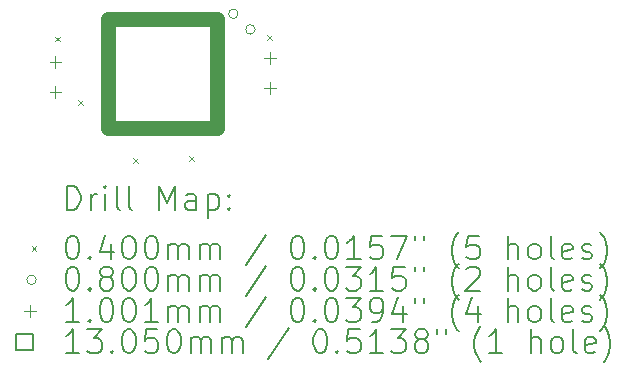
<source format=gbr>
%TF.GenerationSoftware,KiCad,Pcbnew,7.0.8*%
%TF.CreationDate,2023-11-03T07:12:57-06:00*%
%TF.ProjectId,Pinecil_LEDring,50696e65-6369-46c5-9f4c-454472696e67,rev?*%
%TF.SameCoordinates,Original*%
%TF.FileFunction,Drillmap*%
%TF.FilePolarity,Positive*%
%FSLAX45Y45*%
G04 Gerber Fmt 4.5, Leading zero omitted, Abs format (unit mm)*
G04 Created by KiCad (PCBNEW 7.0.8) date 2023-11-03 07:12:57*
%MOMM*%
%LPD*%
G01*
G04 APERTURE LIST*
%ADD10C,0.200000*%
%ADD11C,0.040000*%
%ADD12C,0.080000*%
%ADD13C,0.100076*%
%ADD14C,1.305000*%
G04 APERTURE END LIST*
D10*
D11*
X13685000Y-9395000D02*
X13725000Y-9435000D01*
X13725000Y-9395000D02*
X13685000Y-9435000D01*
X13884000Y-9934000D02*
X13924000Y-9974000D01*
X13924000Y-9934000D02*
X13884000Y-9974000D01*
X14345000Y-10425000D02*
X14385000Y-10465000D01*
X14385000Y-10425000D02*
X14345000Y-10465000D01*
X14820000Y-10406000D02*
X14860000Y-10446000D01*
X14860000Y-10406000D02*
X14820000Y-10446000D01*
X15480000Y-9380000D02*
X15520000Y-9420000D01*
X15520000Y-9380000D02*
X15480000Y-9420000D01*
D12*
X15235347Y-9201607D02*
G75*
G03*
X15235347Y-9201607I-40000J0D01*
G01*
X15380272Y-9333160D02*
G75*
G03*
X15380272Y-9333160I-40000J0D01*
G01*
D13*
X13689760Y-9561322D02*
X13689760Y-9661398D01*
X13639722Y-9611360D02*
X13739798Y-9611360D01*
X13689760Y-9815322D02*
X13689760Y-9915398D01*
X13639722Y-9865360D02*
X13739798Y-9865360D01*
X15505830Y-9525762D02*
X15505830Y-9625838D01*
X15455792Y-9575800D02*
X15555868Y-9575800D01*
X15505830Y-9779762D02*
X15505830Y-9879838D01*
X15455792Y-9829800D02*
X15555868Y-9829800D01*
D14*
X15058908Y-10165626D02*
X15058908Y-9242843D01*
X14136125Y-9242843D01*
X14136125Y-10165626D01*
X15058908Y-10165626D01*
D10*
X13788034Y-10861087D02*
X13788034Y-10661087D01*
X13788034Y-10661087D02*
X13835653Y-10661087D01*
X13835653Y-10661087D02*
X13864224Y-10670611D01*
X13864224Y-10670611D02*
X13883272Y-10689659D01*
X13883272Y-10689659D02*
X13892795Y-10708706D01*
X13892795Y-10708706D02*
X13902319Y-10746801D01*
X13902319Y-10746801D02*
X13902319Y-10775373D01*
X13902319Y-10775373D02*
X13892795Y-10813468D01*
X13892795Y-10813468D02*
X13883272Y-10832516D01*
X13883272Y-10832516D02*
X13864224Y-10851563D01*
X13864224Y-10851563D02*
X13835653Y-10861087D01*
X13835653Y-10861087D02*
X13788034Y-10861087D01*
X13988034Y-10861087D02*
X13988034Y-10727754D01*
X13988034Y-10765849D02*
X13997557Y-10746801D01*
X13997557Y-10746801D02*
X14007081Y-10737278D01*
X14007081Y-10737278D02*
X14026129Y-10727754D01*
X14026129Y-10727754D02*
X14045176Y-10727754D01*
X14111843Y-10861087D02*
X14111843Y-10727754D01*
X14111843Y-10661087D02*
X14102319Y-10670611D01*
X14102319Y-10670611D02*
X14111843Y-10680135D01*
X14111843Y-10680135D02*
X14121367Y-10670611D01*
X14121367Y-10670611D02*
X14111843Y-10661087D01*
X14111843Y-10661087D02*
X14111843Y-10680135D01*
X14235653Y-10861087D02*
X14216605Y-10851563D01*
X14216605Y-10851563D02*
X14207081Y-10832516D01*
X14207081Y-10832516D02*
X14207081Y-10661087D01*
X14340414Y-10861087D02*
X14321367Y-10851563D01*
X14321367Y-10851563D02*
X14311843Y-10832516D01*
X14311843Y-10832516D02*
X14311843Y-10661087D01*
X14568986Y-10861087D02*
X14568986Y-10661087D01*
X14568986Y-10661087D02*
X14635653Y-10803944D01*
X14635653Y-10803944D02*
X14702319Y-10661087D01*
X14702319Y-10661087D02*
X14702319Y-10861087D01*
X14883272Y-10861087D02*
X14883272Y-10756325D01*
X14883272Y-10756325D02*
X14873748Y-10737278D01*
X14873748Y-10737278D02*
X14854700Y-10727754D01*
X14854700Y-10727754D02*
X14816605Y-10727754D01*
X14816605Y-10727754D02*
X14797557Y-10737278D01*
X14883272Y-10851563D02*
X14864224Y-10861087D01*
X14864224Y-10861087D02*
X14816605Y-10861087D01*
X14816605Y-10861087D02*
X14797557Y-10851563D01*
X14797557Y-10851563D02*
X14788034Y-10832516D01*
X14788034Y-10832516D02*
X14788034Y-10813468D01*
X14788034Y-10813468D02*
X14797557Y-10794421D01*
X14797557Y-10794421D02*
X14816605Y-10784897D01*
X14816605Y-10784897D02*
X14864224Y-10784897D01*
X14864224Y-10784897D02*
X14883272Y-10775373D01*
X14978510Y-10727754D02*
X14978510Y-10927754D01*
X14978510Y-10737278D02*
X14997557Y-10727754D01*
X14997557Y-10727754D02*
X15035653Y-10727754D01*
X15035653Y-10727754D02*
X15054700Y-10737278D01*
X15054700Y-10737278D02*
X15064224Y-10746801D01*
X15064224Y-10746801D02*
X15073748Y-10765849D01*
X15073748Y-10765849D02*
X15073748Y-10822992D01*
X15073748Y-10822992D02*
X15064224Y-10842040D01*
X15064224Y-10842040D02*
X15054700Y-10851563D01*
X15054700Y-10851563D02*
X15035653Y-10861087D01*
X15035653Y-10861087D02*
X14997557Y-10861087D01*
X14997557Y-10861087D02*
X14978510Y-10851563D01*
X15159462Y-10842040D02*
X15168986Y-10851563D01*
X15168986Y-10851563D02*
X15159462Y-10861087D01*
X15159462Y-10861087D02*
X15149938Y-10851563D01*
X15149938Y-10851563D02*
X15159462Y-10842040D01*
X15159462Y-10842040D02*
X15159462Y-10861087D01*
X15159462Y-10737278D02*
X15168986Y-10746801D01*
X15168986Y-10746801D02*
X15159462Y-10756325D01*
X15159462Y-10756325D02*
X15149938Y-10746801D01*
X15149938Y-10746801D02*
X15159462Y-10737278D01*
X15159462Y-10737278D02*
X15159462Y-10756325D01*
D11*
X13487257Y-11169603D02*
X13527257Y-11209603D01*
X13527257Y-11169603D02*
X13487257Y-11209603D01*
D10*
X13826129Y-11081087D02*
X13845176Y-11081087D01*
X13845176Y-11081087D02*
X13864224Y-11090611D01*
X13864224Y-11090611D02*
X13873748Y-11100135D01*
X13873748Y-11100135D02*
X13883272Y-11119182D01*
X13883272Y-11119182D02*
X13892795Y-11157278D01*
X13892795Y-11157278D02*
X13892795Y-11204897D01*
X13892795Y-11204897D02*
X13883272Y-11242992D01*
X13883272Y-11242992D02*
X13873748Y-11262039D01*
X13873748Y-11262039D02*
X13864224Y-11271563D01*
X13864224Y-11271563D02*
X13845176Y-11281087D01*
X13845176Y-11281087D02*
X13826129Y-11281087D01*
X13826129Y-11281087D02*
X13807081Y-11271563D01*
X13807081Y-11271563D02*
X13797557Y-11262039D01*
X13797557Y-11262039D02*
X13788034Y-11242992D01*
X13788034Y-11242992D02*
X13778510Y-11204897D01*
X13778510Y-11204897D02*
X13778510Y-11157278D01*
X13778510Y-11157278D02*
X13788034Y-11119182D01*
X13788034Y-11119182D02*
X13797557Y-11100135D01*
X13797557Y-11100135D02*
X13807081Y-11090611D01*
X13807081Y-11090611D02*
X13826129Y-11081087D01*
X13978510Y-11262039D02*
X13988034Y-11271563D01*
X13988034Y-11271563D02*
X13978510Y-11281087D01*
X13978510Y-11281087D02*
X13968986Y-11271563D01*
X13968986Y-11271563D02*
X13978510Y-11262039D01*
X13978510Y-11262039D02*
X13978510Y-11281087D01*
X14159462Y-11147754D02*
X14159462Y-11281087D01*
X14111843Y-11071563D02*
X14064224Y-11214420D01*
X14064224Y-11214420D02*
X14188034Y-11214420D01*
X14302319Y-11081087D02*
X14321367Y-11081087D01*
X14321367Y-11081087D02*
X14340415Y-11090611D01*
X14340415Y-11090611D02*
X14349938Y-11100135D01*
X14349938Y-11100135D02*
X14359462Y-11119182D01*
X14359462Y-11119182D02*
X14368986Y-11157278D01*
X14368986Y-11157278D02*
X14368986Y-11204897D01*
X14368986Y-11204897D02*
X14359462Y-11242992D01*
X14359462Y-11242992D02*
X14349938Y-11262039D01*
X14349938Y-11262039D02*
X14340415Y-11271563D01*
X14340415Y-11271563D02*
X14321367Y-11281087D01*
X14321367Y-11281087D02*
X14302319Y-11281087D01*
X14302319Y-11281087D02*
X14283272Y-11271563D01*
X14283272Y-11271563D02*
X14273748Y-11262039D01*
X14273748Y-11262039D02*
X14264224Y-11242992D01*
X14264224Y-11242992D02*
X14254700Y-11204897D01*
X14254700Y-11204897D02*
X14254700Y-11157278D01*
X14254700Y-11157278D02*
X14264224Y-11119182D01*
X14264224Y-11119182D02*
X14273748Y-11100135D01*
X14273748Y-11100135D02*
X14283272Y-11090611D01*
X14283272Y-11090611D02*
X14302319Y-11081087D01*
X14492795Y-11081087D02*
X14511843Y-11081087D01*
X14511843Y-11081087D02*
X14530891Y-11090611D01*
X14530891Y-11090611D02*
X14540415Y-11100135D01*
X14540415Y-11100135D02*
X14549938Y-11119182D01*
X14549938Y-11119182D02*
X14559462Y-11157278D01*
X14559462Y-11157278D02*
X14559462Y-11204897D01*
X14559462Y-11204897D02*
X14549938Y-11242992D01*
X14549938Y-11242992D02*
X14540415Y-11262039D01*
X14540415Y-11262039D02*
X14530891Y-11271563D01*
X14530891Y-11271563D02*
X14511843Y-11281087D01*
X14511843Y-11281087D02*
X14492795Y-11281087D01*
X14492795Y-11281087D02*
X14473748Y-11271563D01*
X14473748Y-11271563D02*
X14464224Y-11262039D01*
X14464224Y-11262039D02*
X14454700Y-11242992D01*
X14454700Y-11242992D02*
X14445176Y-11204897D01*
X14445176Y-11204897D02*
X14445176Y-11157278D01*
X14445176Y-11157278D02*
X14454700Y-11119182D01*
X14454700Y-11119182D02*
X14464224Y-11100135D01*
X14464224Y-11100135D02*
X14473748Y-11090611D01*
X14473748Y-11090611D02*
X14492795Y-11081087D01*
X14645176Y-11281087D02*
X14645176Y-11147754D01*
X14645176Y-11166801D02*
X14654700Y-11157278D01*
X14654700Y-11157278D02*
X14673748Y-11147754D01*
X14673748Y-11147754D02*
X14702319Y-11147754D01*
X14702319Y-11147754D02*
X14721367Y-11157278D01*
X14721367Y-11157278D02*
X14730891Y-11176325D01*
X14730891Y-11176325D02*
X14730891Y-11281087D01*
X14730891Y-11176325D02*
X14740415Y-11157278D01*
X14740415Y-11157278D02*
X14759462Y-11147754D01*
X14759462Y-11147754D02*
X14788034Y-11147754D01*
X14788034Y-11147754D02*
X14807081Y-11157278D01*
X14807081Y-11157278D02*
X14816605Y-11176325D01*
X14816605Y-11176325D02*
X14816605Y-11281087D01*
X14911843Y-11281087D02*
X14911843Y-11147754D01*
X14911843Y-11166801D02*
X14921367Y-11157278D01*
X14921367Y-11157278D02*
X14940415Y-11147754D01*
X14940415Y-11147754D02*
X14968986Y-11147754D01*
X14968986Y-11147754D02*
X14988034Y-11157278D01*
X14988034Y-11157278D02*
X14997557Y-11176325D01*
X14997557Y-11176325D02*
X14997557Y-11281087D01*
X14997557Y-11176325D02*
X15007081Y-11157278D01*
X15007081Y-11157278D02*
X15026129Y-11147754D01*
X15026129Y-11147754D02*
X15054700Y-11147754D01*
X15054700Y-11147754D02*
X15073748Y-11157278D01*
X15073748Y-11157278D02*
X15083272Y-11176325D01*
X15083272Y-11176325D02*
X15083272Y-11281087D01*
X15473748Y-11071563D02*
X15302319Y-11328706D01*
X15730891Y-11081087D02*
X15749939Y-11081087D01*
X15749939Y-11081087D02*
X15768986Y-11090611D01*
X15768986Y-11090611D02*
X15778510Y-11100135D01*
X15778510Y-11100135D02*
X15788034Y-11119182D01*
X15788034Y-11119182D02*
X15797558Y-11157278D01*
X15797558Y-11157278D02*
X15797558Y-11204897D01*
X15797558Y-11204897D02*
X15788034Y-11242992D01*
X15788034Y-11242992D02*
X15778510Y-11262039D01*
X15778510Y-11262039D02*
X15768986Y-11271563D01*
X15768986Y-11271563D02*
X15749939Y-11281087D01*
X15749939Y-11281087D02*
X15730891Y-11281087D01*
X15730891Y-11281087D02*
X15711843Y-11271563D01*
X15711843Y-11271563D02*
X15702319Y-11262039D01*
X15702319Y-11262039D02*
X15692796Y-11242992D01*
X15692796Y-11242992D02*
X15683272Y-11204897D01*
X15683272Y-11204897D02*
X15683272Y-11157278D01*
X15683272Y-11157278D02*
X15692796Y-11119182D01*
X15692796Y-11119182D02*
X15702319Y-11100135D01*
X15702319Y-11100135D02*
X15711843Y-11090611D01*
X15711843Y-11090611D02*
X15730891Y-11081087D01*
X15883272Y-11262039D02*
X15892796Y-11271563D01*
X15892796Y-11271563D02*
X15883272Y-11281087D01*
X15883272Y-11281087D02*
X15873748Y-11271563D01*
X15873748Y-11271563D02*
X15883272Y-11262039D01*
X15883272Y-11262039D02*
X15883272Y-11281087D01*
X16016605Y-11081087D02*
X16035653Y-11081087D01*
X16035653Y-11081087D02*
X16054700Y-11090611D01*
X16054700Y-11090611D02*
X16064224Y-11100135D01*
X16064224Y-11100135D02*
X16073748Y-11119182D01*
X16073748Y-11119182D02*
X16083272Y-11157278D01*
X16083272Y-11157278D02*
X16083272Y-11204897D01*
X16083272Y-11204897D02*
X16073748Y-11242992D01*
X16073748Y-11242992D02*
X16064224Y-11262039D01*
X16064224Y-11262039D02*
X16054700Y-11271563D01*
X16054700Y-11271563D02*
X16035653Y-11281087D01*
X16035653Y-11281087D02*
X16016605Y-11281087D01*
X16016605Y-11281087D02*
X15997558Y-11271563D01*
X15997558Y-11271563D02*
X15988034Y-11262039D01*
X15988034Y-11262039D02*
X15978510Y-11242992D01*
X15978510Y-11242992D02*
X15968986Y-11204897D01*
X15968986Y-11204897D02*
X15968986Y-11157278D01*
X15968986Y-11157278D02*
X15978510Y-11119182D01*
X15978510Y-11119182D02*
X15988034Y-11100135D01*
X15988034Y-11100135D02*
X15997558Y-11090611D01*
X15997558Y-11090611D02*
X16016605Y-11081087D01*
X16273748Y-11281087D02*
X16159462Y-11281087D01*
X16216605Y-11281087D02*
X16216605Y-11081087D01*
X16216605Y-11081087D02*
X16197558Y-11109659D01*
X16197558Y-11109659D02*
X16178510Y-11128706D01*
X16178510Y-11128706D02*
X16159462Y-11138230D01*
X16454700Y-11081087D02*
X16359462Y-11081087D01*
X16359462Y-11081087D02*
X16349939Y-11176325D01*
X16349939Y-11176325D02*
X16359462Y-11166801D01*
X16359462Y-11166801D02*
X16378510Y-11157278D01*
X16378510Y-11157278D02*
X16426129Y-11157278D01*
X16426129Y-11157278D02*
X16445177Y-11166801D01*
X16445177Y-11166801D02*
X16454700Y-11176325D01*
X16454700Y-11176325D02*
X16464224Y-11195373D01*
X16464224Y-11195373D02*
X16464224Y-11242992D01*
X16464224Y-11242992D02*
X16454700Y-11262039D01*
X16454700Y-11262039D02*
X16445177Y-11271563D01*
X16445177Y-11271563D02*
X16426129Y-11281087D01*
X16426129Y-11281087D02*
X16378510Y-11281087D01*
X16378510Y-11281087D02*
X16359462Y-11271563D01*
X16359462Y-11271563D02*
X16349939Y-11262039D01*
X16530891Y-11081087D02*
X16664224Y-11081087D01*
X16664224Y-11081087D02*
X16578510Y-11281087D01*
X16730891Y-11081087D02*
X16730891Y-11119182D01*
X16807082Y-11081087D02*
X16807082Y-11119182D01*
X17102320Y-11357278D02*
X17092796Y-11347754D01*
X17092796Y-11347754D02*
X17073748Y-11319182D01*
X17073748Y-11319182D02*
X17064224Y-11300135D01*
X17064224Y-11300135D02*
X17054701Y-11271563D01*
X17054701Y-11271563D02*
X17045177Y-11223944D01*
X17045177Y-11223944D02*
X17045177Y-11185849D01*
X17045177Y-11185849D02*
X17054701Y-11138230D01*
X17054701Y-11138230D02*
X17064224Y-11109659D01*
X17064224Y-11109659D02*
X17073748Y-11090611D01*
X17073748Y-11090611D02*
X17092796Y-11062040D01*
X17092796Y-11062040D02*
X17102320Y-11052516D01*
X17273748Y-11081087D02*
X17178510Y-11081087D01*
X17178510Y-11081087D02*
X17168986Y-11176325D01*
X17168986Y-11176325D02*
X17178510Y-11166801D01*
X17178510Y-11166801D02*
X17197558Y-11157278D01*
X17197558Y-11157278D02*
X17245177Y-11157278D01*
X17245177Y-11157278D02*
X17264224Y-11166801D01*
X17264224Y-11166801D02*
X17273748Y-11176325D01*
X17273748Y-11176325D02*
X17283272Y-11195373D01*
X17283272Y-11195373D02*
X17283272Y-11242992D01*
X17283272Y-11242992D02*
X17273748Y-11262039D01*
X17273748Y-11262039D02*
X17264224Y-11271563D01*
X17264224Y-11271563D02*
X17245177Y-11281087D01*
X17245177Y-11281087D02*
X17197558Y-11281087D01*
X17197558Y-11281087D02*
X17178510Y-11271563D01*
X17178510Y-11271563D02*
X17168986Y-11262039D01*
X17521367Y-11281087D02*
X17521367Y-11081087D01*
X17607082Y-11281087D02*
X17607082Y-11176325D01*
X17607082Y-11176325D02*
X17597558Y-11157278D01*
X17597558Y-11157278D02*
X17578510Y-11147754D01*
X17578510Y-11147754D02*
X17549939Y-11147754D01*
X17549939Y-11147754D02*
X17530891Y-11157278D01*
X17530891Y-11157278D02*
X17521367Y-11166801D01*
X17730891Y-11281087D02*
X17711844Y-11271563D01*
X17711844Y-11271563D02*
X17702320Y-11262039D01*
X17702320Y-11262039D02*
X17692796Y-11242992D01*
X17692796Y-11242992D02*
X17692796Y-11185849D01*
X17692796Y-11185849D02*
X17702320Y-11166801D01*
X17702320Y-11166801D02*
X17711844Y-11157278D01*
X17711844Y-11157278D02*
X17730891Y-11147754D01*
X17730891Y-11147754D02*
X17759463Y-11147754D01*
X17759463Y-11147754D02*
X17778510Y-11157278D01*
X17778510Y-11157278D02*
X17788034Y-11166801D01*
X17788034Y-11166801D02*
X17797558Y-11185849D01*
X17797558Y-11185849D02*
X17797558Y-11242992D01*
X17797558Y-11242992D02*
X17788034Y-11262039D01*
X17788034Y-11262039D02*
X17778510Y-11271563D01*
X17778510Y-11271563D02*
X17759463Y-11281087D01*
X17759463Y-11281087D02*
X17730891Y-11281087D01*
X17911844Y-11281087D02*
X17892796Y-11271563D01*
X17892796Y-11271563D02*
X17883272Y-11252516D01*
X17883272Y-11252516D02*
X17883272Y-11081087D01*
X18064225Y-11271563D02*
X18045177Y-11281087D01*
X18045177Y-11281087D02*
X18007082Y-11281087D01*
X18007082Y-11281087D02*
X17988034Y-11271563D01*
X17988034Y-11271563D02*
X17978510Y-11252516D01*
X17978510Y-11252516D02*
X17978510Y-11176325D01*
X17978510Y-11176325D02*
X17988034Y-11157278D01*
X17988034Y-11157278D02*
X18007082Y-11147754D01*
X18007082Y-11147754D02*
X18045177Y-11147754D01*
X18045177Y-11147754D02*
X18064225Y-11157278D01*
X18064225Y-11157278D02*
X18073748Y-11176325D01*
X18073748Y-11176325D02*
X18073748Y-11195373D01*
X18073748Y-11195373D02*
X17978510Y-11214420D01*
X18149939Y-11271563D02*
X18168986Y-11281087D01*
X18168986Y-11281087D02*
X18207082Y-11281087D01*
X18207082Y-11281087D02*
X18226129Y-11271563D01*
X18226129Y-11271563D02*
X18235653Y-11252516D01*
X18235653Y-11252516D02*
X18235653Y-11242992D01*
X18235653Y-11242992D02*
X18226129Y-11223944D01*
X18226129Y-11223944D02*
X18207082Y-11214420D01*
X18207082Y-11214420D02*
X18178510Y-11214420D01*
X18178510Y-11214420D02*
X18159463Y-11204897D01*
X18159463Y-11204897D02*
X18149939Y-11185849D01*
X18149939Y-11185849D02*
X18149939Y-11176325D01*
X18149939Y-11176325D02*
X18159463Y-11157278D01*
X18159463Y-11157278D02*
X18178510Y-11147754D01*
X18178510Y-11147754D02*
X18207082Y-11147754D01*
X18207082Y-11147754D02*
X18226129Y-11157278D01*
X18302320Y-11357278D02*
X18311844Y-11347754D01*
X18311844Y-11347754D02*
X18330891Y-11319182D01*
X18330891Y-11319182D02*
X18340415Y-11300135D01*
X18340415Y-11300135D02*
X18349939Y-11271563D01*
X18349939Y-11271563D02*
X18359463Y-11223944D01*
X18359463Y-11223944D02*
X18359463Y-11185849D01*
X18359463Y-11185849D02*
X18349939Y-11138230D01*
X18349939Y-11138230D02*
X18340415Y-11109659D01*
X18340415Y-11109659D02*
X18330891Y-11090611D01*
X18330891Y-11090611D02*
X18311844Y-11062040D01*
X18311844Y-11062040D02*
X18302320Y-11052516D01*
D12*
X13527257Y-11453603D02*
G75*
G03*
X13527257Y-11453603I-40000J0D01*
G01*
D10*
X13826129Y-11345087D02*
X13845176Y-11345087D01*
X13845176Y-11345087D02*
X13864224Y-11354611D01*
X13864224Y-11354611D02*
X13873748Y-11364135D01*
X13873748Y-11364135D02*
X13883272Y-11383182D01*
X13883272Y-11383182D02*
X13892795Y-11421278D01*
X13892795Y-11421278D02*
X13892795Y-11468897D01*
X13892795Y-11468897D02*
X13883272Y-11506992D01*
X13883272Y-11506992D02*
X13873748Y-11526039D01*
X13873748Y-11526039D02*
X13864224Y-11535563D01*
X13864224Y-11535563D02*
X13845176Y-11545087D01*
X13845176Y-11545087D02*
X13826129Y-11545087D01*
X13826129Y-11545087D02*
X13807081Y-11535563D01*
X13807081Y-11535563D02*
X13797557Y-11526039D01*
X13797557Y-11526039D02*
X13788034Y-11506992D01*
X13788034Y-11506992D02*
X13778510Y-11468897D01*
X13778510Y-11468897D02*
X13778510Y-11421278D01*
X13778510Y-11421278D02*
X13788034Y-11383182D01*
X13788034Y-11383182D02*
X13797557Y-11364135D01*
X13797557Y-11364135D02*
X13807081Y-11354611D01*
X13807081Y-11354611D02*
X13826129Y-11345087D01*
X13978510Y-11526039D02*
X13988034Y-11535563D01*
X13988034Y-11535563D02*
X13978510Y-11545087D01*
X13978510Y-11545087D02*
X13968986Y-11535563D01*
X13968986Y-11535563D02*
X13978510Y-11526039D01*
X13978510Y-11526039D02*
X13978510Y-11545087D01*
X14102319Y-11430801D02*
X14083272Y-11421278D01*
X14083272Y-11421278D02*
X14073748Y-11411754D01*
X14073748Y-11411754D02*
X14064224Y-11392706D01*
X14064224Y-11392706D02*
X14064224Y-11383182D01*
X14064224Y-11383182D02*
X14073748Y-11364135D01*
X14073748Y-11364135D02*
X14083272Y-11354611D01*
X14083272Y-11354611D02*
X14102319Y-11345087D01*
X14102319Y-11345087D02*
X14140415Y-11345087D01*
X14140415Y-11345087D02*
X14159462Y-11354611D01*
X14159462Y-11354611D02*
X14168986Y-11364135D01*
X14168986Y-11364135D02*
X14178510Y-11383182D01*
X14178510Y-11383182D02*
X14178510Y-11392706D01*
X14178510Y-11392706D02*
X14168986Y-11411754D01*
X14168986Y-11411754D02*
X14159462Y-11421278D01*
X14159462Y-11421278D02*
X14140415Y-11430801D01*
X14140415Y-11430801D02*
X14102319Y-11430801D01*
X14102319Y-11430801D02*
X14083272Y-11440325D01*
X14083272Y-11440325D02*
X14073748Y-11449849D01*
X14073748Y-11449849D02*
X14064224Y-11468897D01*
X14064224Y-11468897D02*
X14064224Y-11506992D01*
X14064224Y-11506992D02*
X14073748Y-11526039D01*
X14073748Y-11526039D02*
X14083272Y-11535563D01*
X14083272Y-11535563D02*
X14102319Y-11545087D01*
X14102319Y-11545087D02*
X14140415Y-11545087D01*
X14140415Y-11545087D02*
X14159462Y-11535563D01*
X14159462Y-11535563D02*
X14168986Y-11526039D01*
X14168986Y-11526039D02*
X14178510Y-11506992D01*
X14178510Y-11506992D02*
X14178510Y-11468897D01*
X14178510Y-11468897D02*
X14168986Y-11449849D01*
X14168986Y-11449849D02*
X14159462Y-11440325D01*
X14159462Y-11440325D02*
X14140415Y-11430801D01*
X14302319Y-11345087D02*
X14321367Y-11345087D01*
X14321367Y-11345087D02*
X14340415Y-11354611D01*
X14340415Y-11354611D02*
X14349938Y-11364135D01*
X14349938Y-11364135D02*
X14359462Y-11383182D01*
X14359462Y-11383182D02*
X14368986Y-11421278D01*
X14368986Y-11421278D02*
X14368986Y-11468897D01*
X14368986Y-11468897D02*
X14359462Y-11506992D01*
X14359462Y-11506992D02*
X14349938Y-11526039D01*
X14349938Y-11526039D02*
X14340415Y-11535563D01*
X14340415Y-11535563D02*
X14321367Y-11545087D01*
X14321367Y-11545087D02*
X14302319Y-11545087D01*
X14302319Y-11545087D02*
X14283272Y-11535563D01*
X14283272Y-11535563D02*
X14273748Y-11526039D01*
X14273748Y-11526039D02*
X14264224Y-11506992D01*
X14264224Y-11506992D02*
X14254700Y-11468897D01*
X14254700Y-11468897D02*
X14254700Y-11421278D01*
X14254700Y-11421278D02*
X14264224Y-11383182D01*
X14264224Y-11383182D02*
X14273748Y-11364135D01*
X14273748Y-11364135D02*
X14283272Y-11354611D01*
X14283272Y-11354611D02*
X14302319Y-11345087D01*
X14492795Y-11345087D02*
X14511843Y-11345087D01*
X14511843Y-11345087D02*
X14530891Y-11354611D01*
X14530891Y-11354611D02*
X14540415Y-11364135D01*
X14540415Y-11364135D02*
X14549938Y-11383182D01*
X14549938Y-11383182D02*
X14559462Y-11421278D01*
X14559462Y-11421278D02*
X14559462Y-11468897D01*
X14559462Y-11468897D02*
X14549938Y-11506992D01*
X14549938Y-11506992D02*
X14540415Y-11526039D01*
X14540415Y-11526039D02*
X14530891Y-11535563D01*
X14530891Y-11535563D02*
X14511843Y-11545087D01*
X14511843Y-11545087D02*
X14492795Y-11545087D01*
X14492795Y-11545087D02*
X14473748Y-11535563D01*
X14473748Y-11535563D02*
X14464224Y-11526039D01*
X14464224Y-11526039D02*
X14454700Y-11506992D01*
X14454700Y-11506992D02*
X14445176Y-11468897D01*
X14445176Y-11468897D02*
X14445176Y-11421278D01*
X14445176Y-11421278D02*
X14454700Y-11383182D01*
X14454700Y-11383182D02*
X14464224Y-11364135D01*
X14464224Y-11364135D02*
X14473748Y-11354611D01*
X14473748Y-11354611D02*
X14492795Y-11345087D01*
X14645176Y-11545087D02*
X14645176Y-11411754D01*
X14645176Y-11430801D02*
X14654700Y-11421278D01*
X14654700Y-11421278D02*
X14673748Y-11411754D01*
X14673748Y-11411754D02*
X14702319Y-11411754D01*
X14702319Y-11411754D02*
X14721367Y-11421278D01*
X14721367Y-11421278D02*
X14730891Y-11440325D01*
X14730891Y-11440325D02*
X14730891Y-11545087D01*
X14730891Y-11440325D02*
X14740415Y-11421278D01*
X14740415Y-11421278D02*
X14759462Y-11411754D01*
X14759462Y-11411754D02*
X14788034Y-11411754D01*
X14788034Y-11411754D02*
X14807081Y-11421278D01*
X14807081Y-11421278D02*
X14816605Y-11440325D01*
X14816605Y-11440325D02*
X14816605Y-11545087D01*
X14911843Y-11545087D02*
X14911843Y-11411754D01*
X14911843Y-11430801D02*
X14921367Y-11421278D01*
X14921367Y-11421278D02*
X14940415Y-11411754D01*
X14940415Y-11411754D02*
X14968986Y-11411754D01*
X14968986Y-11411754D02*
X14988034Y-11421278D01*
X14988034Y-11421278D02*
X14997557Y-11440325D01*
X14997557Y-11440325D02*
X14997557Y-11545087D01*
X14997557Y-11440325D02*
X15007081Y-11421278D01*
X15007081Y-11421278D02*
X15026129Y-11411754D01*
X15026129Y-11411754D02*
X15054700Y-11411754D01*
X15054700Y-11411754D02*
X15073748Y-11421278D01*
X15073748Y-11421278D02*
X15083272Y-11440325D01*
X15083272Y-11440325D02*
X15083272Y-11545087D01*
X15473748Y-11335563D02*
X15302319Y-11592706D01*
X15730891Y-11345087D02*
X15749939Y-11345087D01*
X15749939Y-11345087D02*
X15768986Y-11354611D01*
X15768986Y-11354611D02*
X15778510Y-11364135D01*
X15778510Y-11364135D02*
X15788034Y-11383182D01*
X15788034Y-11383182D02*
X15797558Y-11421278D01*
X15797558Y-11421278D02*
X15797558Y-11468897D01*
X15797558Y-11468897D02*
X15788034Y-11506992D01*
X15788034Y-11506992D02*
X15778510Y-11526039D01*
X15778510Y-11526039D02*
X15768986Y-11535563D01*
X15768986Y-11535563D02*
X15749939Y-11545087D01*
X15749939Y-11545087D02*
X15730891Y-11545087D01*
X15730891Y-11545087D02*
X15711843Y-11535563D01*
X15711843Y-11535563D02*
X15702319Y-11526039D01*
X15702319Y-11526039D02*
X15692796Y-11506992D01*
X15692796Y-11506992D02*
X15683272Y-11468897D01*
X15683272Y-11468897D02*
X15683272Y-11421278D01*
X15683272Y-11421278D02*
X15692796Y-11383182D01*
X15692796Y-11383182D02*
X15702319Y-11364135D01*
X15702319Y-11364135D02*
X15711843Y-11354611D01*
X15711843Y-11354611D02*
X15730891Y-11345087D01*
X15883272Y-11526039D02*
X15892796Y-11535563D01*
X15892796Y-11535563D02*
X15883272Y-11545087D01*
X15883272Y-11545087D02*
X15873748Y-11535563D01*
X15873748Y-11535563D02*
X15883272Y-11526039D01*
X15883272Y-11526039D02*
X15883272Y-11545087D01*
X16016605Y-11345087D02*
X16035653Y-11345087D01*
X16035653Y-11345087D02*
X16054700Y-11354611D01*
X16054700Y-11354611D02*
X16064224Y-11364135D01*
X16064224Y-11364135D02*
X16073748Y-11383182D01*
X16073748Y-11383182D02*
X16083272Y-11421278D01*
X16083272Y-11421278D02*
X16083272Y-11468897D01*
X16083272Y-11468897D02*
X16073748Y-11506992D01*
X16073748Y-11506992D02*
X16064224Y-11526039D01*
X16064224Y-11526039D02*
X16054700Y-11535563D01*
X16054700Y-11535563D02*
X16035653Y-11545087D01*
X16035653Y-11545087D02*
X16016605Y-11545087D01*
X16016605Y-11545087D02*
X15997558Y-11535563D01*
X15997558Y-11535563D02*
X15988034Y-11526039D01*
X15988034Y-11526039D02*
X15978510Y-11506992D01*
X15978510Y-11506992D02*
X15968986Y-11468897D01*
X15968986Y-11468897D02*
X15968986Y-11421278D01*
X15968986Y-11421278D02*
X15978510Y-11383182D01*
X15978510Y-11383182D02*
X15988034Y-11364135D01*
X15988034Y-11364135D02*
X15997558Y-11354611D01*
X15997558Y-11354611D02*
X16016605Y-11345087D01*
X16149939Y-11345087D02*
X16273748Y-11345087D01*
X16273748Y-11345087D02*
X16207081Y-11421278D01*
X16207081Y-11421278D02*
X16235653Y-11421278D01*
X16235653Y-11421278D02*
X16254700Y-11430801D01*
X16254700Y-11430801D02*
X16264224Y-11440325D01*
X16264224Y-11440325D02*
X16273748Y-11459373D01*
X16273748Y-11459373D02*
X16273748Y-11506992D01*
X16273748Y-11506992D02*
X16264224Y-11526039D01*
X16264224Y-11526039D02*
X16254700Y-11535563D01*
X16254700Y-11535563D02*
X16235653Y-11545087D01*
X16235653Y-11545087D02*
X16178510Y-11545087D01*
X16178510Y-11545087D02*
X16159462Y-11535563D01*
X16159462Y-11535563D02*
X16149939Y-11526039D01*
X16464224Y-11545087D02*
X16349939Y-11545087D01*
X16407081Y-11545087D02*
X16407081Y-11345087D01*
X16407081Y-11345087D02*
X16388034Y-11373659D01*
X16388034Y-11373659D02*
X16368986Y-11392706D01*
X16368986Y-11392706D02*
X16349939Y-11402230D01*
X16645177Y-11345087D02*
X16549939Y-11345087D01*
X16549939Y-11345087D02*
X16540415Y-11440325D01*
X16540415Y-11440325D02*
X16549939Y-11430801D01*
X16549939Y-11430801D02*
X16568986Y-11421278D01*
X16568986Y-11421278D02*
X16616605Y-11421278D01*
X16616605Y-11421278D02*
X16635653Y-11430801D01*
X16635653Y-11430801D02*
X16645177Y-11440325D01*
X16645177Y-11440325D02*
X16654700Y-11459373D01*
X16654700Y-11459373D02*
X16654700Y-11506992D01*
X16654700Y-11506992D02*
X16645177Y-11526039D01*
X16645177Y-11526039D02*
X16635653Y-11535563D01*
X16635653Y-11535563D02*
X16616605Y-11545087D01*
X16616605Y-11545087D02*
X16568986Y-11545087D01*
X16568986Y-11545087D02*
X16549939Y-11535563D01*
X16549939Y-11535563D02*
X16540415Y-11526039D01*
X16730891Y-11345087D02*
X16730891Y-11383182D01*
X16807082Y-11345087D02*
X16807082Y-11383182D01*
X17102320Y-11621278D02*
X17092796Y-11611754D01*
X17092796Y-11611754D02*
X17073748Y-11583182D01*
X17073748Y-11583182D02*
X17064224Y-11564135D01*
X17064224Y-11564135D02*
X17054701Y-11535563D01*
X17054701Y-11535563D02*
X17045177Y-11487944D01*
X17045177Y-11487944D02*
X17045177Y-11449849D01*
X17045177Y-11449849D02*
X17054701Y-11402230D01*
X17054701Y-11402230D02*
X17064224Y-11373659D01*
X17064224Y-11373659D02*
X17073748Y-11354611D01*
X17073748Y-11354611D02*
X17092796Y-11326039D01*
X17092796Y-11326039D02*
X17102320Y-11316516D01*
X17168986Y-11364135D02*
X17178510Y-11354611D01*
X17178510Y-11354611D02*
X17197558Y-11345087D01*
X17197558Y-11345087D02*
X17245177Y-11345087D01*
X17245177Y-11345087D02*
X17264224Y-11354611D01*
X17264224Y-11354611D02*
X17273748Y-11364135D01*
X17273748Y-11364135D02*
X17283272Y-11383182D01*
X17283272Y-11383182D02*
X17283272Y-11402230D01*
X17283272Y-11402230D02*
X17273748Y-11430801D01*
X17273748Y-11430801D02*
X17159463Y-11545087D01*
X17159463Y-11545087D02*
X17283272Y-11545087D01*
X17521367Y-11545087D02*
X17521367Y-11345087D01*
X17607082Y-11545087D02*
X17607082Y-11440325D01*
X17607082Y-11440325D02*
X17597558Y-11421278D01*
X17597558Y-11421278D02*
X17578510Y-11411754D01*
X17578510Y-11411754D02*
X17549939Y-11411754D01*
X17549939Y-11411754D02*
X17530891Y-11421278D01*
X17530891Y-11421278D02*
X17521367Y-11430801D01*
X17730891Y-11545087D02*
X17711844Y-11535563D01*
X17711844Y-11535563D02*
X17702320Y-11526039D01*
X17702320Y-11526039D02*
X17692796Y-11506992D01*
X17692796Y-11506992D02*
X17692796Y-11449849D01*
X17692796Y-11449849D02*
X17702320Y-11430801D01*
X17702320Y-11430801D02*
X17711844Y-11421278D01*
X17711844Y-11421278D02*
X17730891Y-11411754D01*
X17730891Y-11411754D02*
X17759463Y-11411754D01*
X17759463Y-11411754D02*
X17778510Y-11421278D01*
X17778510Y-11421278D02*
X17788034Y-11430801D01*
X17788034Y-11430801D02*
X17797558Y-11449849D01*
X17797558Y-11449849D02*
X17797558Y-11506992D01*
X17797558Y-11506992D02*
X17788034Y-11526039D01*
X17788034Y-11526039D02*
X17778510Y-11535563D01*
X17778510Y-11535563D02*
X17759463Y-11545087D01*
X17759463Y-11545087D02*
X17730891Y-11545087D01*
X17911844Y-11545087D02*
X17892796Y-11535563D01*
X17892796Y-11535563D02*
X17883272Y-11516516D01*
X17883272Y-11516516D02*
X17883272Y-11345087D01*
X18064225Y-11535563D02*
X18045177Y-11545087D01*
X18045177Y-11545087D02*
X18007082Y-11545087D01*
X18007082Y-11545087D02*
X17988034Y-11535563D01*
X17988034Y-11535563D02*
X17978510Y-11516516D01*
X17978510Y-11516516D02*
X17978510Y-11440325D01*
X17978510Y-11440325D02*
X17988034Y-11421278D01*
X17988034Y-11421278D02*
X18007082Y-11411754D01*
X18007082Y-11411754D02*
X18045177Y-11411754D01*
X18045177Y-11411754D02*
X18064225Y-11421278D01*
X18064225Y-11421278D02*
X18073748Y-11440325D01*
X18073748Y-11440325D02*
X18073748Y-11459373D01*
X18073748Y-11459373D02*
X17978510Y-11478420D01*
X18149939Y-11535563D02*
X18168986Y-11545087D01*
X18168986Y-11545087D02*
X18207082Y-11545087D01*
X18207082Y-11545087D02*
X18226129Y-11535563D01*
X18226129Y-11535563D02*
X18235653Y-11516516D01*
X18235653Y-11516516D02*
X18235653Y-11506992D01*
X18235653Y-11506992D02*
X18226129Y-11487944D01*
X18226129Y-11487944D02*
X18207082Y-11478420D01*
X18207082Y-11478420D02*
X18178510Y-11478420D01*
X18178510Y-11478420D02*
X18159463Y-11468897D01*
X18159463Y-11468897D02*
X18149939Y-11449849D01*
X18149939Y-11449849D02*
X18149939Y-11440325D01*
X18149939Y-11440325D02*
X18159463Y-11421278D01*
X18159463Y-11421278D02*
X18178510Y-11411754D01*
X18178510Y-11411754D02*
X18207082Y-11411754D01*
X18207082Y-11411754D02*
X18226129Y-11421278D01*
X18302320Y-11621278D02*
X18311844Y-11611754D01*
X18311844Y-11611754D02*
X18330891Y-11583182D01*
X18330891Y-11583182D02*
X18340415Y-11564135D01*
X18340415Y-11564135D02*
X18349939Y-11535563D01*
X18349939Y-11535563D02*
X18359463Y-11487944D01*
X18359463Y-11487944D02*
X18359463Y-11449849D01*
X18359463Y-11449849D02*
X18349939Y-11402230D01*
X18349939Y-11402230D02*
X18340415Y-11373659D01*
X18340415Y-11373659D02*
X18330891Y-11354611D01*
X18330891Y-11354611D02*
X18311844Y-11326039D01*
X18311844Y-11326039D02*
X18302320Y-11316516D01*
D13*
X13477219Y-11667565D02*
X13477219Y-11767641D01*
X13427181Y-11717603D02*
X13527257Y-11717603D01*
D10*
X13892795Y-11809087D02*
X13778510Y-11809087D01*
X13835653Y-11809087D02*
X13835653Y-11609087D01*
X13835653Y-11609087D02*
X13816605Y-11637659D01*
X13816605Y-11637659D02*
X13797557Y-11656706D01*
X13797557Y-11656706D02*
X13778510Y-11666230D01*
X13978510Y-11790039D02*
X13988034Y-11799563D01*
X13988034Y-11799563D02*
X13978510Y-11809087D01*
X13978510Y-11809087D02*
X13968986Y-11799563D01*
X13968986Y-11799563D02*
X13978510Y-11790039D01*
X13978510Y-11790039D02*
X13978510Y-11809087D01*
X14111843Y-11609087D02*
X14130891Y-11609087D01*
X14130891Y-11609087D02*
X14149938Y-11618611D01*
X14149938Y-11618611D02*
X14159462Y-11628135D01*
X14159462Y-11628135D02*
X14168986Y-11647182D01*
X14168986Y-11647182D02*
X14178510Y-11685278D01*
X14178510Y-11685278D02*
X14178510Y-11732897D01*
X14178510Y-11732897D02*
X14168986Y-11770992D01*
X14168986Y-11770992D02*
X14159462Y-11790039D01*
X14159462Y-11790039D02*
X14149938Y-11799563D01*
X14149938Y-11799563D02*
X14130891Y-11809087D01*
X14130891Y-11809087D02*
X14111843Y-11809087D01*
X14111843Y-11809087D02*
X14092795Y-11799563D01*
X14092795Y-11799563D02*
X14083272Y-11790039D01*
X14083272Y-11790039D02*
X14073748Y-11770992D01*
X14073748Y-11770992D02*
X14064224Y-11732897D01*
X14064224Y-11732897D02*
X14064224Y-11685278D01*
X14064224Y-11685278D02*
X14073748Y-11647182D01*
X14073748Y-11647182D02*
X14083272Y-11628135D01*
X14083272Y-11628135D02*
X14092795Y-11618611D01*
X14092795Y-11618611D02*
X14111843Y-11609087D01*
X14302319Y-11609087D02*
X14321367Y-11609087D01*
X14321367Y-11609087D02*
X14340415Y-11618611D01*
X14340415Y-11618611D02*
X14349938Y-11628135D01*
X14349938Y-11628135D02*
X14359462Y-11647182D01*
X14359462Y-11647182D02*
X14368986Y-11685278D01*
X14368986Y-11685278D02*
X14368986Y-11732897D01*
X14368986Y-11732897D02*
X14359462Y-11770992D01*
X14359462Y-11770992D02*
X14349938Y-11790039D01*
X14349938Y-11790039D02*
X14340415Y-11799563D01*
X14340415Y-11799563D02*
X14321367Y-11809087D01*
X14321367Y-11809087D02*
X14302319Y-11809087D01*
X14302319Y-11809087D02*
X14283272Y-11799563D01*
X14283272Y-11799563D02*
X14273748Y-11790039D01*
X14273748Y-11790039D02*
X14264224Y-11770992D01*
X14264224Y-11770992D02*
X14254700Y-11732897D01*
X14254700Y-11732897D02*
X14254700Y-11685278D01*
X14254700Y-11685278D02*
X14264224Y-11647182D01*
X14264224Y-11647182D02*
X14273748Y-11628135D01*
X14273748Y-11628135D02*
X14283272Y-11618611D01*
X14283272Y-11618611D02*
X14302319Y-11609087D01*
X14559462Y-11809087D02*
X14445176Y-11809087D01*
X14502319Y-11809087D02*
X14502319Y-11609087D01*
X14502319Y-11609087D02*
X14483272Y-11637659D01*
X14483272Y-11637659D02*
X14464224Y-11656706D01*
X14464224Y-11656706D02*
X14445176Y-11666230D01*
X14645176Y-11809087D02*
X14645176Y-11675754D01*
X14645176Y-11694801D02*
X14654700Y-11685278D01*
X14654700Y-11685278D02*
X14673748Y-11675754D01*
X14673748Y-11675754D02*
X14702319Y-11675754D01*
X14702319Y-11675754D02*
X14721367Y-11685278D01*
X14721367Y-11685278D02*
X14730891Y-11704325D01*
X14730891Y-11704325D02*
X14730891Y-11809087D01*
X14730891Y-11704325D02*
X14740415Y-11685278D01*
X14740415Y-11685278D02*
X14759462Y-11675754D01*
X14759462Y-11675754D02*
X14788034Y-11675754D01*
X14788034Y-11675754D02*
X14807081Y-11685278D01*
X14807081Y-11685278D02*
X14816605Y-11704325D01*
X14816605Y-11704325D02*
X14816605Y-11809087D01*
X14911843Y-11809087D02*
X14911843Y-11675754D01*
X14911843Y-11694801D02*
X14921367Y-11685278D01*
X14921367Y-11685278D02*
X14940415Y-11675754D01*
X14940415Y-11675754D02*
X14968986Y-11675754D01*
X14968986Y-11675754D02*
X14988034Y-11685278D01*
X14988034Y-11685278D02*
X14997557Y-11704325D01*
X14997557Y-11704325D02*
X14997557Y-11809087D01*
X14997557Y-11704325D02*
X15007081Y-11685278D01*
X15007081Y-11685278D02*
X15026129Y-11675754D01*
X15026129Y-11675754D02*
X15054700Y-11675754D01*
X15054700Y-11675754D02*
X15073748Y-11685278D01*
X15073748Y-11685278D02*
X15083272Y-11704325D01*
X15083272Y-11704325D02*
X15083272Y-11809087D01*
X15473748Y-11599563D02*
X15302319Y-11856706D01*
X15730891Y-11609087D02*
X15749939Y-11609087D01*
X15749939Y-11609087D02*
X15768986Y-11618611D01*
X15768986Y-11618611D02*
X15778510Y-11628135D01*
X15778510Y-11628135D02*
X15788034Y-11647182D01*
X15788034Y-11647182D02*
X15797558Y-11685278D01*
X15797558Y-11685278D02*
X15797558Y-11732897D01*
X15797558Y-11732897D02*
X15788034Y-11770992D01*
X15788034Y-11770992D02*
X15778510Y-11790039D01*
X15778510Y-11790039D02*
X15768986Y-11799563D01*
X15768986Y-11799563D02*
X15749939Y-11809087D01*
X15749939Y-11809087D02*
X15730891Y-11809087D01*
X15730891Y-11809087D02*
X15711843Y-11799563D01*
X15711843Y-11799563D02*
X15702319Y-11790039D01*
X15702319Y-11790039D02*
X15692796Y-11770992D01*
X15692796Y-11770992D02*
X15683272Y-11732897D01*
X15683272Y-11732897D02*
X15683272Y-11685278D01*
X15683272Y-11685278D02*
X15692796Y-11647182D01*
X15692796Y-11647182D02*
X15702319Y-11628135D01*
X15702319Y-11628135D02*
X15711843Y-11618611D01*
X15711843Y-11618611D02*
X15730891Y-11609087D01*
X15883272Y-11790039D02*
X15892796Y-11799563D01*
X15892796Y-11799563D02*
X15883272Y-11809087D01*
X15883272Y-11809087D02*
X15873748Y-11799563D01*
X15873748Y-11799563D02*
X15883272Y-11790039D01*
X15883272Y-11790039D02*
X15883272Y-11809087D01*
X16016605Y-11609087D02*
X16035653Y-11609087D01*
X16035653Y-11609087D02*
X16054700Y-11618611D01*
X16054700Y-11618611D02*
X16064224Y-11628135D01*
X16064224Y-11628135D02*
X16073748Y-11647182D01*
X16073748Y-11647182D02*
X16083272Y-11685278D01*
X16083272Y-11685278D02*
X16083272Y-11732897D01*
X16083272Y-11732897D02*
X16073748Y-11770992D01*
X16073748Y-11770992D02*
X16064224Y-11790039D01*
X16064224Y-11790039D02*
X16054700Y-11799563D01*
X16054700Y-11799563D02*
X16035653Y-11809087D01*
X16035653Y-11809087D02*
X16016605Y-11809087D01*
X16016605Y-11809087D02*
X15997558Y-11799563D01*
X15997558Y-11799563D02*
X15988034Y-11790039D01*
X15988034Y-11790039D02*
X15978510Y-11770992D01*
X15978510Y-11770992D02*
X15968986Y-11732897D01*
X15968986Y-11732897D02*
X15968986Y-11685278D01*
X15968986Y-11685278D02*
X15978510Y-11647182D01*
X15978510Y-11647182D02*
X15988034Y-11628135D01*
X15988034Y-11628135D02*
X15997558Y-11618611D01*
X15997558Y-11618611D02*
X16016605Y-11609087D01*
X16149939Y-11609087D02*
X16273748Y-11609087D01*
X16273748Y-11609087D02*
X16207081Y-11685278D01*
X16207081Y-11685278D02*
X16235653Y-11685278D01*
X16235653Y-11685278D02*
X16254700Y-11694801D01*
X16254700Y-11694801D02*
X16264224Y-11704325D01*
X16264224Y-11704325D02*
X16273748Y-11723373D01*
X16273748Y-11723373D02*
X16273748Y-11770992D01*
X16273748Y-11770992D02*
X16264224Y-11790039D01*
X16264224Y-11790039D02*
X16254700Y-11799563D01*
X16254700Y-11799563D02*
X16235653Y-11809087D01*
X16235653Y-11809087D02*
X16178510Y-11809087D01*
X16178510Y-11809087D02*
X16159462Y-11799563D01*
X16159462Y-11799563D02*
X16149939Y-11790039D01*
X16368986Y-11809087D02*
X16407081Y-11809087D01*
X16407081Y-11809087D02*
X16426129Y-11799563D01*
X16426129Y-11799563D02*
X16435653Y-11790039D01*
X16435653Y-11790039D02*
X16454700Y-11761468D01*
X16454700Y-11761468D02*
X16464224Y-11723373D01*
X16464224Y-11723373D02*
X16464224Y-11647182D01*
X16464224Y-11647182D02*
X16454700Y-11628135D01*
X16454700Y-11628135D02*
X16445177Y-11618611D01*
X16445177Y-11618611D02*
X16426129Y-11609087D01*
X16426129Y-11609087D02*
X16388034Y-11609087D01*
X16388034Y-11609087D02*
X16368986Y-11618611D01*
X16368986Y-11618611D02*
X16359462Y-11628135D01*
X16359462Y-11628135D02*
X16349939Y-11647182D01*
X16349939Y-11647182D02*
X16349939Y-11694801D01*
X16349939Y-11694801D02*
X16359462Y-11713849D01*
X16359462Y-11713849D02*
X16368986Y-11723373D01*
X16368986Y-11723373D02*
X16388034Y-11732897D01*
X16388034Y-11732897D02*
X16426129Y-11732897D01*
X16426129Y-11732897D02*
X16445177Y-11723373D01*
X16445177Y-11723373D02*
X16454700Y-11713849D01*
X16454700Y-11713849D02*
X16464224Y-11694801D01*
X16635653Y-11675754D02*
X16635653Y-11809087D01*
X16588034Y-11599563D02*
X16540415Y-11742420D01*
X16540415Y-11742420D02*
X16664224Y-11742420D01*
X16730891Y-11609087D02*
X16730891Y-11647182D01*
X16807082Y-11609087D02*
X16807082Y-11647182D01*
X17102320Y-11885278D02*
X17092796Y-11875754D01*
X17092796Y-11875754D02*
X17073748Y-11847182D01*
X17073748Y-11847182D02*
X17064224Y-11828135D01*
X17064224Y-11828135D02*
X17054701Y-11799563D01*
X17054701Y-11799563D02*
X17045177Y-11751944D01*
X17045177Y-11751944D02*
X17045177Y-11713849D01*
X17045177Y-11713849D02*
X17054701Y-11666230D01*
X17054701Y-11666230D02*
X17064224Y-11637659D01*
X17064224Y-11637659D02*
X17073748Y-11618611D01*
X17073748Y-11618611D02*
X17092796Y-11590039D01*
X17092796Y-11590039D02*
X17102320Y-11580516D01*
X17264224Y-11675754D02*
X17264224Y-11809087D01*
X17216605Y-11599563D02*
X17168986Y-11742420D01*
X17168986Y-11742420D02*
X17292796Y-11742420D01*
X17521367Y-11809087D02*
X17521367Y-11609087D01*
X17607082Y-11809087D02*
X17607082Y-11704325D01*
X17607082Y-11704325D02*
X17597558Y-11685278D01*
X17597558Y-11685278D02*
X17578510Y-11675754D01*
X17578510Y-11675754D02*
X17549939Y-11675754D01*
X17549939Y-11675754D02*
X17530891Y-11685278D01*
X17530891Y-11685278D02*
X17521367Y-11694801D01*
X17730891Y-11809087D02*
X17711844Y-11799563D01*
X17711844Y-11799563D02*
X17702320Y-11790039D01*
X17702320Y-11790039D02*
X17692796Y-11770992D01*
X17692796Y-11770992D02*
X17692796Y-11713849D01*
X17692796Y-11713849D02*
X17702320Y-11694801D01*
X17702320Y-11694801D02*
X17711844Y-11685278D01*
X17711844Y-11685278D02*
X17730891Y-11675754D01*
X17730891Y-11675754D02*
X17759463Y-11675754D01*
X17759463Y-11675754D02*
X17778510Y-11685278D01*
X17778510Y-11685278D02*
X17788034Y-11694801D01*
X17788034Y-11694801D02*
X17797558Y-11713849D01*
X17797558Y-11713849D02*
X17797558Y-11770992D01*
X17797558Y-11770992D02*
X17788034Y-11790039D01*
X17788034Y-11790039D02*
X17778510Y-11799563D01*
X17778510Y-11799563D02*
X17759463Y-11809087D01*
X17759463Y-11809087D02*
X17730891Y-11809087D01*
X17911844Y-11809087D02*
X17892796Y-11799563D01*
X17892796Y-11799563D02*
X17883272Y-11780516D01*
X17883272Y-11780516D02*
X17883272Y-11609087D01*
X18064225Y-11799563D02*
X18045177Y-11809087D01*
X18045177Y-11809087D02*
X18007082Y-11809087D01*
X18007082Y-11809087D02*
X17988034Y-11799563D01*
X17988034Y-11799563D02*
X17978510Y-11780516D01*
X17978510Y-11780516D02*
X17978510Y-11704325D01*
X17978510Y-11704325D02*
X17988034Y-11685278D01*
X17988034Y-11685278D02*
X18007082Y-11675754D01*
X18007082Y-11675754D02*
X18045177Y-11675754D01*
X18045177Y-11675754D02*
X18064225Y-11685278D01*
X18064225Y-11685278D02*
X18073748Y-11704325D01*
X18073748Y-11704325D02*
X18073748Y-11723373D01*
X18073748Y-11723373D02*
X17978510Y-11742420D01*
X18149939Y-11799563D02*
X18168986Y-11809087D01*
X18168986Y-11809087D02*
X18207082Y-11809087D01*
X18207082Y-11809087D02*
X18226129Y-11799563D01*
X18226129Y-11799563D02*
X18235653Y-11780516D01*
X18235653Y-11780516D02*
X18235653Y-11770992D01*
X18235653Y-11770992D02*
X18226129Y-11751944D01*
X18226129Y-11751944D02*
X18207082Y-11742420D01*
X18207082Y-11742420D02*
X18178510Y-11742420D01*
X18178510Y-11742420D02*
X18159463Y-11732897D01*
X18159463Y-11732897D02*
X18149939Y-11713849D01*
X18149939Y-11713849D02*
X18149939Y-11704325D01*
X18149939Y-11704325D02*
X18159463Y-11685278D01*
X18159463Y-11685278D02*
X18178510Y-11675754D01*
X18178510Y-11675754D02*
X18207082Y-11675754D01*
X18207082Y-11675754D02*
X18226129Y-11685278D01*
X18302320Y-11885278D02*
X18311844Y-11875754D01*
X18311844Y-11875754D02*
X18330891Y-11847182D01*
X18330891Y-11847182D02*
X18340415Y-11828135D01*
X18340415Y-11828135D02*
X18349939Y-11799563D01*
X18349939Y-11799563D02*
X18359463Y-11751944D01*
X18359463Y-11751944D02*
X18359463Y-11713849D01*
X18359463Y-11713849D02*
X18349939Y-11666230D01*
X18349939Y-11666230D02*
X18340415Y-11637659D01*
X18340415Y-11637659D02*
X18330891Y-11618611D01*
X18330891Y-11618611D02*
X18311844Y-11590039D01*
X18311844Y-11590039D02*
X18302320Y-11580516D01*
X13497968Y-12052315D02*
X13497968Y-11910892D01*
X13356545Y-11910892D01*
X13356545Y-12052315D01*
X13497968Y-12052315D01*
X13892795Y-12073087D02*
X13778510Y-12073087D01*
X13835653Y-12073087D02*
X13835653Y-11873087D01*
X13835653Y-11873087D02*
X13816605Y-11901659D01*
X13816605Y-11901659D02*
X13797557Y-11920706D01*
X13797557Y-11920706D02*
X13778510Y-11930230D01*
X13959462Y-11873087D02*
X14083272Y-11873087D01*
X14083272Y-11873087D02*
X14016605Y-11949278D01*
X14016605Y-11949278D02*
X14045176Y-11949278D01*
X14045176Y-11949278D02*
X14064224Y-11958801D01*
X14064224Y-11958801D02*
X14073748Y-11968325D01*
X14073748Y-11968325D02*
X14083272Y-11987373D01*
X14083272Y-11987373D02*
X14083272Y-12034992D01*
X14083272Y-12034992D02*
X14073748Y-12054039D01*
X14073748Y-12054039D02*
X14064224Y-12063563D01*
X14064224Y-12063563D02*
X14045176Y-12073087D01*
X14045176Y-12073087D02*
X13988034Y-12073087D01*
X13988034Y-12073087D02*
X13968986Y-12063563D01*
X13968986Y-12063563D02*
X13959462Y-12054039D01*
X14168986Y-12054039D02*
X14178510Y-12063563D01*
X14178510Y-12063563D02*
X14168986Y-12073087D01*
X14168986Y-12073087D02*
X14159462Y-12063563D01*
X14159462Y-12063563D02*
X14168986Y-12054039D01*
X14168986Y-12054039D02*
X14168986Y-12073087D01*
X14302319Y-11873087D02*
X14321367Y-11873087D01*
X14321367Y-11873087D02*
X14340415Y-11882611D01*
X14340415Y-11882611D02*
X14349938Y-11892135D01*
X14349938Y-11892135D02*
X14359462Y-11911182D01*
X14359462Y-11911182D02*
X14368986Y-11949278D01*
X14368986Y-11949278D02*
X14368986Y-11996897D01*
X14368986Y-11996897D02*
X14359462Y-12034992D01*
X14359462Y-12034992D02*
X14349938Y-12054039D01*
X14349938Y-12054039D02*
X14340415Y-12063563D01*
X14340415Y-12063563D02*
X14321367Y-12073087D01*
X14321367Y-12073087D02*
X14302319Y-12073087D01*
X14302319Y-12073087D02*
X14283272Y-12063563D01*
X14283272Y-12063563D02*
X14273748Y-12054039D01*
X14273748Y-12054039D02*
X14264224Y-12034992D01*
X14264224Y-12034992D02*
X14254700Y-11996897D01*
X14254700Y-11996897D02*
X14254700Y-11949278D01*
X14254700Y-11949278D02*
X14264224Y-11911182D01*
X14264224Y-11911182D02*
X14273748Y-11892135D01*
X14273748Y-11892135D02*
X14283272Y-11882611D01*
X14283272Y-11882611D02*
X14302319Y-11873087D01*
X14549938Y-11873087D02*
X14454700Y-11873087D01*
X14454700Y-11873087D02*
X14445176Y-11968325D01*
X14445176Y-11968325D02*
X14454700Y-11958801D01*
X14454700Y-11958801D02*
X14473748Y-11949278D01*
X14473748Y-11949278D02*
X14521367Y-11949278D01*
X14521367Y-11949278D02*
X14540415Y-11958801D01*
X14540415Y-11958801D02*
X14549938Y-11968325D01*
X14549938Y-11968325D02*
X14559462Y-11987373D01*
X14559462Y-11987373D02*
X14559462Y-12034992D01*
X14559462Y-12034992D02*
X14549938Y-12054039D01*
X14549938Y-12054039D02*
X14540415Y-12063563D01*
X14540415Y-12063563D02*
X14521367Y-12073087D01*
X14521367Y-12073087D02*
X14473748Y-12073087D01*
X14473748Y-12073087D02*
X14454700Y-12063563D01*
X14454700Y-12063563D02*
X14445176Y-12054039D01*
X14683272Y-11873087D02*
X14702319Y-11873087D01*
X14702319Y-11873087D02*
X14721367Y-11882611D01*
X14721367Y-11882611D02*
X14730891Y-11892135D01*
X14730891Y-11892135D02*
X14740415Y-11911182D01*
X14740415Y-11911182D02*
X14749938Y-11949278D01*
X14749938Y-11949278D02*
X14749938Y-11996897D01*
X14749938Y-11996897D02*
X14740415Y-12034992D01*
X14740415Y-12034992D02*
X14730891Y-12054039D01*
X14730891Y-12054039D02*
X14721367Y-12063563D01*
X14721367Y-12063563D02*
X14702319Y-12073087D01*
X14702319Y-12073087D02*
X14683272Y-12073087D01*
X14683272Y-12073087D02*
X14664224Y-12063563D01*
X14664224Y-12063563D02*
X14654700Y-12054039D01*
X14654700Y-12054039D02*
X14645176Y-12034992D01*
X14645176Y-12034992D02*
X14635653Y-11996897D01*
X14635653Y-11996897D02*
X14635653Y-11949278D01*
X14635653Y-11949278D02*
X14645176Y-11911182D01*
X14645176Y-11911182D02*
X14654700Y-11892135D01*
X14654700Y-11892135D02*
X14664224Y-11882611D01*
X14664224Y-11882611D02*
X14683272Y-11873087D01*
X14835653Y-12073087D02*
X14835653Y-11939754D01*
X14835653Y-11958801D02*
X14845176Y-11949278D01*
X14845176Y-11949278D02*
X14864224Y-11939754D01*
X14864224Y-11939754D02*
X14892796Y-11939754D01*
X14892796Y-11939754D02*
X14911843Y-11949278D01*
X14911843Y-11949278D02*
X14921367Y-11968325D01*
X14921367Y-11968325D02*
X14921367Y-12073087D01*
X14921367Y-11968325D02*
X14930891Y-11949278D01*
X14930891Y-11949278D02*
X14949938Y-11939754D01*
X14949938Y-11939754D02*
X14978510Y-11939754D01*
X14978510Y-11939754D02*
X14997557Y-11949278D01*
X14997557Y-11949278D02*
X15007081Y-11968325D01*
X15007081Y-11968325D02*
X15007081Y-12073087D01*
X15102319Y-12073087D02*
X15102319Y-11939754D01*
X15102319Y-11958801D02*
X15111843Y-11949278D01*
X15111843Y-11949278D02*
X15130891Y-11939754D01*
X15130891Y-11939754D02*
X15159462Y-11939754D01*
X15159462Y-11939754D02*
X15178510Y-11949278D01*
X15178510Y-11949278D02*
X15188034Y-11968325D01*
X15188034Y-11968325D02*
X15188034Y-12073087D01*
X15188034Y-11968325D02*
X15197557Y-11949278D01*
X15197557Y-11949278D02*
X15216605Y-11939754D01*
X15216605Y-11939754D02*
X15245176Y-11939754D01*
X15245176Y-11939754D02*
X15264224Y-11949278D01*
X15264224Y-11949278D02*
X15273748Y-11968325D01*
X15273748Y-11968325D02*
X15273748Y-12073087D01*
X15664224Y-11863563D02*
X15492796Y-12120706D01*
X15921367Y-11873087D02*
X15940415Y-11873087D01*
X15940415Y-11873087D02*
X15959462Y-11882611D01*
X15959462Y-11882611D02*
X15968986Y-11892135D01*
X15968986Y-11892135D02*
X15978510Y-11911182D01*
X15978510Y-11911182D02*
X15988034Y-11949278D01*
X15988034Y-11949278D02*
X15988034Y-11996897D01*
X15988034Y-11996897D02*
X15978510Y-12034992D01*
X15978510Y-12034992D02*
X15968986Y-12054039D01*
X15968986Y-12054039D02*
X15959462Y-12063563D01*
X15959462Y-12063563D02*
X15940415Y-12073087D01*
X15940415Y-12073087D02*
X15921367Y-12073087D01*
X15921367Y-12073087D02*
X15902319Y-12063563D01*
X15902319Y-12063563D02*
X15892796Y-12054039D01*
X15892796Y-12054039D02*
X15883272Y-12034992D01*
X15883272Y-12034992D02*
X15873748Y-11996897D01*
X15873748Y-11996897D02*
X15873748Y-11949278D01*
X15873748Y-11949278D02*
X15883272Y-11911182D01*
X15883272Y-11911182D02*
X15892796Y-11892135D01*
X15892796Y-11892135D02*
X15902319Y-11882611D01*
X15902319Y-11882611D02*
X15921367Y-11873087D01*
X16073748Y-12054039D02*
X16083272Y-12063563D01*
X16083272Y-12063563D02*
X16073748Y-12073087D01*
X16073748Y-12073087D02*
X16064224Y-12063563D01*
X16064224Y-12063563D02*
X16073748Y-12054039D01*
X16073748Y-12054039D02*
X16073748Y-12073087D01*
X16264224Y-11873087D02*
X16168986Y-11873087D01*
X16168986Y-11873087D02*
X16159462Y-11968325D01*
X16159462Y-11968325D02*
X16168986Y-11958801D01*
X16168986Y-11958801D02*
X16188034Y-11949278D01*
X16188034Y-11949278D02*
X16235653Y-11949278D01*
X16235653Y-11949278D02*
X16254700Y-11958801D01*
X16254700Y-11958801D02*
X16264224Y-11968325D01*
X16264224Y-11968325D02*
X16273748Y-11987373D01*
X16273748Y-11987373D02*
X16273748Y-12034992D01*
X16273748Y-12034992D02*
X16264224Y-12054039D01*
X16264224Y-12054039D02*
X16254700Y-12063563D01*
X16254700Y-12063563D02*
X16235653Y-12073087D01*
X16235653Y-12073087D02*
X16188034Y-12073087D01*
X16188034Y-12073087D02*
X16168986Y-12063563D01*
X16168986Y-12063563D02*
X16159462Y-12054039D01*
X16464224Y-12073087D02*
X16349939Y-12073087D01*
X16407081Y-12073087D02*
X16407081Y-11873087D01*
X16407081Y-11873087D02*
X16388034Y-11901659D01*
X16388034Y-11901659D02*
X16368986Y-11920706D01*
X16368986Y-11920706D02*
X16349939Y-11930230D01*
X16530891Y-11873087D02*
X16654700Y-11873087D01*
X16654700Y-11873087D02*
X16588034Y-11949278D01*
X16588034Y-11949278D02*
X16616605Y-11949278D01*
X16616605Y-11949278D02*
X16635653Y-11958801D01*
X16635653Y-11958801D02*
X16645177Y-11968325D01*
X16645177Y-11968325D02*
X16654700Y-11987373D01*
X16654700Y-11987373D02*
X16654700Y-12034992D01*
X16654700Y-12034992D02*
X16645177Y-12054039D01*
X16645177Y-12054039D02*
X16635653Y-12063563D01*
X16635653Y-12063563D02*
X16616605Y-12073087D01*
X16616605Y-12073087D02*
X16559462Y-12073087D01*
X16559462Y-12073087D02*
X16540415Y-12063563D01*
X16540415Y-12063563D02*
X16530891Y-12054039D01*
X16768986Y-11958801D02*
X16749939Y-11949278D01*
X16749939Y-11949278D02*
X16740415Y-11939754D01*
X16740415Y-11939754D02*
X16730891Y-11920706D01*
X16730891Y-11920706D02*
X16730891Y-11911182D01*
X16730891Y-11911182D02*
X16740415Y-11892135D01*
X16740415Y-11892135D02*
X16749939Y-11882611D01*
X16749939Y-11882611D02*
X16768986Y-11873087D01*
X16768986Y-11873087D02*
X16807082Y-11873087D01*
X16807082Y-11873087D02*
X16826129Y-11882611D01*
X16826129Y-11882611D02*
X16835653Y-11892135D01*
X16835653Y-11892135D02*
X16845177Y-11911182D01*
X16845177Y-11911182D02*
X16845177Y-11920706D01*
X16845177Y-11920706D02*
X16835653Y-11939754D01*
X16835653Y-11939754D02*
X16826129Y-11949278D01*
X16826129Y-11949278D02*
X16807082Y-11958801D01*
X16807082Y-11958801D02*
X16768986Y-11958801D01*
X16768986Y-11958801D02*
X16749939Y-11968325D01*
X16749939Y-11968325D02*
X16740415Y-11977849D01*
X16740415Y-11977849D02*
X16730891Y-11996897D01*
X16730891Y-11996897D02*
X16730891Y-12034992D01*
X16730891Y-12034992D02*
X16740415Y-12054039D01*
X16740415Y-12054039D02*
X16749939Y-12063563D01*
X16749939Y-12063563D02*
X16768986Y-12073087D01*
X16768986Y-12073087D02*
X16807082Y-12073087D01*
X16807082Y-12073087D02*
X16826129Y-12063563D01*
X16826129Y-12063563D02*
X16835653Y-12054039D01*
X16835653Y-12054039D02*
X16845177Y-12034992D01*
X16845177Y-12034992D02*
X16845177Y-11996897D01*
X16845177Y-11996897D02*
X16835653Y-11977849D01*
X16835653Y-11977849D02*
X16826129Y-11968325D01*
X16826129Y-11968325D02*
X16807082Y-11958801D01*
X16921367Y-11873087D02*
X16921367Y-11911182D01*
X16997558Y-11873087D02*
X16997558Y-11911182D01*
X17292796Y-12149278D02*
X17283272Y-12139754D01*
X17283272Y-12139754D02*
X17264224Y-12111182D01*
X17264224Y-12111182D02*
X17254701Y-12092135D01*
X17254701Y-12092135D02*
X17245177Y-12063563D01*
X17245177Y-12063563D02*
X17235653Y-12015944D01*
X17235653Y-12015944D02*
X17235653Y-11977849D01*
X17235653Y-11977849D02*
X17245177Y-11930230D01*
X17245177Y-11930230D02*
X17254701Y-11901659D01*
X17254701Y-11901659D02*
X17264224Y-11882611D01*
X17264224Y-11882611D02*
X17283272Y-11854039D01*
X17283272Y-11854039D02*
X17292796Y-11844516D01*
X17473748Y-12073087D02*
X17359463Y-12073087D01*
X17416605Y-12073087D02*
X17416605Y-11873087D01*
X17416605Y-11873087D02*
X17397558Y-11901659D01*
X17397558Y-11901659D02*
X17378510Y-11920706D01*
X17378510Y-11920706D02*
X17359463Y-11930230D01*
X17711844Y-12073087D02*
X17711844Y-11873087D01*
X17797558Y-12073087D02*
X17797558Y-11968325D01*
X17797558Y-11968325D02*
X17788034Y-11949278D01*
X17788034Y-11949278D02*
X17768986Y-11939754D01*
X17768986Y-11939754D02*
X17740415Y-11939754D01*
X17740415Y-11939754D02*
X17721367Y-11949278D01*
X17721367Y-11949278D02*
X17711844Y-11958801D01*
X17921367Y-12073087D02*
X17902320Y-12063563D01*
X17902320Y-12063563D02*
X17892796Y-12054039D01*
X17892796Y-12054039D02*
X17883272Y-12034992D01*
X17883272Y-12034992D02*
X17883272Y-11977849D01*
X17883272Y-11977849D02*
X17892796Y-11958801D01*
X17892796Y-11958801D02*
X17902320Y-11949278D01*
X17902320Y-11949278D02*
X17921367Y-11939754D01*
X17921367Y-11939754D02*
X17949939Y-11939754D01*
X17949939Y-11939754D02*
X17968986Y-11949278D01*
X17968986Y-11949278D02*
X17978510Y-11958801D01*
X17978510Y-11958801D02*
X17988034Y-11977849D01*
X17988034Y-11977849D02*
X17988034Y-12034992D01*
X17988034Y-12034992D02*
X17978510Y-12054039D01*
X17978510Y-12054039D02*
X17968986Y-12063563D01*
X17968986Y-12063563D02*
X17949939Y-12073087D01*
X17949939Y-12073087D02*
X17921367Y-12073087D01*
X18102320Y-12073087D02*
X18083272Y-12063563D01*
X18083272Y-12063563D02*
X18073748Y-12044516D01*
X18073748Y-12044516D02*
X18073748Y-11873087D01*
X18254701Y-12063563D02*
X18235653Y-12073087D01*
X18235653Y-12073087D02*
X18197558Y-12073087D01*
X18197558Y-12073087D02*
X18178510Y-12063563D01*
X18178510Y-12063563D02*
X18168986Y-12044516D01*
X18168986Y-12044516D02*
X18168986Y-11968325D01*
X18168986Y-11968325D02*
X18178510Y-11949278D01*
X18178510Y-11949278D02*
X18197558Y-11939754D01*
X18197558Y-11939754D02*
X18235653Y-11939754D01*
X18235653Y-11939754D02*
X18254701Y-11949278D01*
X18254701Y-11949278D02*
X18264225Y-11968325D01*
X18264225Y-11968325D02*
X18264225Y-11987373D01*
X18264225Y-11987373D02*
X18168986Y-12006420D01*
X18330891Y-12149278D02*
X18340415Y-12139754D01*
X18340415Y-12139754D02*
X18359463Y-12111182D01*
X18359463Y-12111182D02*
X18368986Y-12092135D01*
X18368986Y-12092135D02*
X18378510Y-12063563D01*
X18378510Y-12063563D02*
X18388034Y-12015944D01*
X18388034Y-12015944D02*
X18388034Y-11977849D01*
X18388034Y-11977849D02*
X18378510Y-11930230D01*
X18378510Y-11930230D02*
X18368986Y-11901659D01*
X18368986Y-11901659D02*
X18359463Y-11882611D01*
X18359463Y-11882611D02*
X18340415Y-11854039D01*
X18340415Y-11854039D02*
X18330891Y-11844516D01*
M02*

</source>
